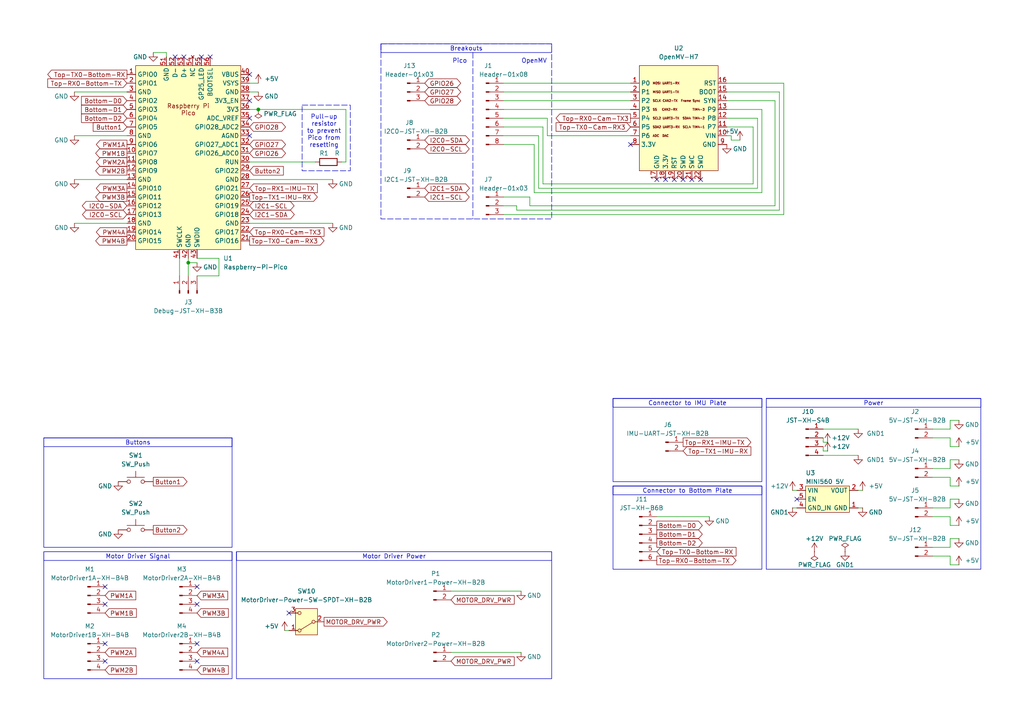
<source format=kicad_sch>
(kicad_sch (version 20231120) (generator "eeschema") (generator_version "8.0")
  (paper "A4")
  (title_block (title "Top Plate") (date "2024-06-08") (rev "1.2.1") (company "Zhou Yikun & Zachary Ang") (comment 1 "RoboCup Junior Soccer Open 2024"))
  (lib_symbols
    (symbol "+5V_1" (power) (pin_numbers hide) (pin_names (offset 0) hide)
      (property "Value" "+5V" (at 0 3.556 0))
      (symbol "+5V_1_0_1"
        (polyline (pts (xy -0.762 1.27) (xy 0 2.54)))
        (polyline (pts (xy 0 0) (xy 0 2.54)))
        (polyline (pts (xy 0 2.54) (xy 0.762 1.27)))
      )
      (symbol "+5V_1_1_1"
        (pin power_in line (at 0 0 90) (length 0) (name "~") (number "1"))
      )
    )
    (symbol "Connector:Conn_01x02_Pin" (pin_names (offset 1.016) hide)
      (property "Reference" "J" (at 0 2.54 0))
      (property "Value" "Conn_01x02_Pin" (at 0 -5.08 0))
      (symbol "Conn_01x02_Pin_1_1"
        (polyline (pts (xy 1.27 -2.54) (xy 0.8636 -2.54)) (stroke (width 0.1524)))
        (polyline (pts (xy 1.27 0) (xy 0.8636 0)) (stroke (width 0.1524)))
        (rectangle (start 0.8636 -2.413) (end 0 -2.667) (stroke (width 0.1524)) (fill (type outline)))
        (rectangle (start 0.8636 0.127) (end 0 -0.127) (stroke (width 0.1524)) (fill (type outline)))
        (pin passive line (at 5.08 0 180) (length 3.81) (name "Pin_1") (number "1"))
        (pin passive line (at 5.08 -2.54 180) (length 3.81) (name "Pin_2") (number "2"))
      )
    )
    (symbol "Connector:Conn_01x03_Pin" (pin_names (offset 1.016) hide)
      (property "Reference" "J" (at 0 5.08 0))
      (property "Value" "Conn_01x03_Pin" (at 0 -5.08 0))
      (symbol "Conn_01x03_Pin_1_1"
        (polyline (pts (xy 1.27 -2.54) (xy 0.8636 -2.54)) (stroke (width 0.1524)))
        (polyline (pts (xy 1.27 0) (xy 0.8636 0)) (stroke (width 0.1524)))
        (polyline (pts (xy 1.27 2.54) (xy 0.8636 2.54)) (stroke (width 0.1524)))
        (rectangle (start 0.8636 -2.413) (end 0 -2.667) (stroke (width 0.1524)) (fill (type outline)))
        (rectangle (start 0.8636 0.127) (end 0 -0.127) (stroke (width 0.1524)) (fill (type outline)))
        (rectangle (start 0.8636 2.667) (end 0 2.413) (stroke (width 0.1524)) (fill (type outline)))
        (pin passive line (at 5.08 2.54 180) (length 3.81) (name "Pin_1") (number "1"))
        (pin passive line (at 5.08 0 180) (length 3.81) (name "Pin_2") (number "2"))
        (pin passive line (at 5.08 -2.54 180) (length 3.81) (name "Pin_3") (number "3"))
      )
    )
    (symbol "Connector:Conn_01x04_Pin" (pin_names (offset 1.016) hide)
      (property "Reference" "J" (at 0 5.08 0))
      (property "Value" "Conn_01x04_Pin" (at 0 -7.62 0))
      (symbol "Conn_01x04_Pin_1_1"
        (polyline (pts (xy 1.27 -5.08) (xy 0.8636 -5.08)) (stroke (width 0.1524)))
        (polyline (pts (xy 1.27 -2.54) (xy 0.8636 -2.54)) (stroke (width 0.1524)))
        (polyline (pts (xy 1.27 0) (xy 0.8636 0)) (stroke (width 0.1524)))
        (polyline (pts (xy 1.27 2.54) (xy 0.8636 2.54)) (stroke (width 0.1524)))
        (rectangle (start 0.8636 -4.953) (end 0 -5.207) (stroke (width 0.1524)) (fill (type outline)))
        (rectangle (start 0.8636 -2.413) (end 0 -2.667) (stroke (width 0.1524)) (fill (type outline)))
        (rectangle (start 0.8636 0.127) (end 0 -0.127) (stroke (width 0.1524)) (fill (type outline)))
        (rectangle (start 0.8636 2.667) (end 0 2.413) (stroke (width 0.1524)) (fill (type outline)))
        (pin passive line (at 5.08 2.54 180) (length 3.81) (name "Pin_1") (number "1"))
        (pin passive line (at 5.08 0 180) (length 3.81) (name "Pin_2") (number "2"))
        (pin passive line (at 5.08 -2.54 180) (length 3.81) (name "Pin_3") (number "3"))
        (pin passive line (at 5.08 -5.08 180) (length 3.81) (name "Pin_4") (number "4"))
      )
    )
    (symbol "Connector:Conn_01x06_Pin" (pin_names (offset 1.016) hide)
      (property "Reference" "J" (at 0 7.62 0))
      (property "Value" "Conn_01x06_Pin" (at 0 -10.16 0))
      (symbol "Conn_01x06_Pin_1_1"
        (polyline (pts (xy 1.27 -7.62) (xy 0.8636 -7.62)) (stroke (width 0.1524)))
        (polyline (pts (xy 1.27 -5.08) (xy 0.8636 -5.08)) (stroke (width 0.1524)))
        (polyline (pts (xy 1.27 -2.54) (xy 0.8636 -2.54)) (stroke (width 0.1524)))
        (polyline (pts (xy 1.27 0) (xy 0.8636 0)) (stroke (width 0.1524)))
        (polyline (pts (xy 1.27 2.54) (xy 0.8636 2.54)) (stroke (width 0.1524)))
        (polyline (pts (xy 1.27 5.08) (xy 0.8636 5.08)) (stroke (width 0.1524)))
        (rectangle (start 0.8636 -7.493) (end 0 -7.747) (stroke (width 0.1524)) (fill (type outline)))
        (rectangle (start 0.8636 -4.953) (end 0 -5.207) (stroke (width 0.1524)) (fill (type outline)))
        (rectangle (start 0.8636 -2.413) (end 0 -2.667) (stroke (width 0.1524)) (fill (type outline)))
        (rectangle (start 0.8636 0.127) (end 0 -0.127) (stroke (width 0.1524)) (fill (type outline)))
        (rectangle (start 0.8636 2.667) (end 0 2.413) (stroke (width 0.1524)) (fill (type outline)))
        (rectangle (start 0.8636 5.207) (end 0 4.953) (stroke (width 0.1524)) (fill (type outline)))
        (pin passive line (at 5.08 5.08 180) (length 3.81) (name "Pin_1") (number "1"))
        (pin passive line (at 5.08 2.54 180) (length 3.81) (name "Pin_2") (number "2"))
        (pin passive line (at 5.08 0 180) (length 3.81) (name "Pin_3") (number "3"))
        (pin passive line (at 5.08 -2.54 180) (length 3.81) (name "Pin_4") (number "4"))
        (pin passive line (at 5.08 -5.08 180) (length 3.81) (name "Pin_5") (number "5"))
        (pin passive line (at 5.08 -7.62 180) (length 3.81) (name "Pin_6") (number "6"))
      )
    )
    (symbol "Connector:Conn_01x08_Pin" (pin_names (offset 1.016) hide)
      (property "Reference" "J" (at 0 10.16 0))
      (property "Value" "Conn_01x08_Pin" (at 0 -12.7 0))
      (symbol "Conn_01x08_Pin_1_1"
        (polyline (pts (xy 1.27 -10.16) (xy 0.8636 -10.16)) (stroke (width 0.1524)))
        (polyline (pts (xy 1.27 -7.62) (xy 0.8636 -7.62)) (stroke (width 0.1524)))
        (polyline (pts (xy 1.27 -5.08) (xy 0.8636 -5.08)) (stroke (width 0.1524)))
        (polyline (pts (xy 1.27 -2.54) (xy 0.8636 -2.54)) (stroke (width 0.1524)))
        (polyline (pts (xy 1.27 0) (xy 0.8636 0)) (stroke (width 0.1524)))
        (polyline (pts (xy 1.27 2.54) (xy 0.8636 2.54)) (stroke (width 0.1524)))
        (polyline (pts (xy 1.27 5.08) (xy 0.8636 5.08)) (stroke (width 0.1524)))
        (polyline (pts (xy 1.27 7.62) (xy 0.8636 7.62)) (stroke (width 0.1524)))
        (rectangle (start 0.8636 -10.033) (end 0 -10.287) (stroke (width 0.1524)) (fill (type outline)))
        (rectangle (start 0.8636 -7.493) (end 0 -7.747) (stroke (width 0.1524)) (fill (type outline)))
        (rectangle (start 0.8636 -4.953) (end 0 -5.207) (stroke (width 0.1524)) (fill (type outline)))
        (rectangle (start 0.8636 -2.413) (end 0 -2.667) (stroke (width 0.1524)) (fill (type outline)))
        (rectangle (start 0.8636 0.127) (end 0 -0.127) (stroke (width 0.1524)) (fill (type outline)))
        (rectangle (start 0.8636 2.667) (end 0 2.413) (stroke (width 0.1524)) (fill (type outline)))
        (rectangle (start 0.8636 5.207) (end 0 4.953) (stroke (width 0.1524)) (fill (type outline)))
        (rectangle (start 0.8636 7.747) (end 0 7.493) (stroke (width 0.1524)) (fill (type outline)))
        (pin passive line (at 5.08 7.62 180) (length 3.81) (name "Pin_1") (number "1"))
        (pin passive line (at 5.08 5.08 180) (length 3.81) (name "Pin_2") (number "2"))
        (pin passive line (at 5.08 2.54 180) (length 3.81) (name "Pin_3") (number "3"))
        (pin passive line (at 5.08 0 180) (length 3.81) (name "Pin_4") (number "4"))
        (pin passive line (at 5.08 -2.54 180) (length 3.81) (name "Pin_5") (number "5"))
        (pin passive line (at 5.08 -5.08 180) (length 3.81) (name "Pin_6") (number "6"))
        (pin passive line (at 5.08 -7.62 180) (length 3.81) (name "Pin_7") (number "7"))
        (pin passive line (at 5.08 -10.16 180) (length 3.81) (name "Pin_8") (number "8"))
      )
    )
    (symbol "Device:R" (pin_numbers hide) (pin_names (offset 0))
      (property "Reference" "R" (at 2.032 0 90))
      (property "Value" "R" (at 0 0 90))
      (symbol "R_0_1"
        (rectangle (start -1.016 -2.54) (end 1.016 2.54) (stroke (width 0.254)))
      )
      (symbol "R_1_1"
        (pin passive line (at 0 3.81 270) (length 1.27) (name "~") (number "1"))
        (pin passive line (at 0 -3.81 90) (length 1.27) (name "~") (number "2"))
      )
    )
    (symbol "GND_1" (power) (pin_numbers hide) (pin_names (offset 0) hide)
      (property "Value" "GND" (at 0 -3.81 0))
      (symbol "GND_1_0_1"
        (polyline (pts (xy 0 0) (xy 0 -1.27) (xy 1.27 -1.27) (xy 0 -2.54) (xy -1.27 -1.27) (xy 0 -1.27)))
      )
      (symbol "GND_1_1_1"
        (pin power_in line (at 0 0 270) (length 0) (name "~") (number "1"))
      )
    )
    (symbol "PorridgePi-Symbols:OpenMV-H7"
      (property "Reference" "U" (at -10.16 1.27 0))
      (property "Value" "OpenMV-H7" (at 0 -2.54 0))
      (symbol "OpenMV-H7_0_0"
        (pin bidirectional line (at -13.97 -5.08 0) (length 2.54) (name "P0") (number "1"))
        (pin power_in line (at 13.97 -20.32 180) (length 2.54) (name "VIN") (number "10"))
        (pin bidirectional line (at 13.97 -17.78 180) (length 2.54) (name "P7") (number "11"))
        (pin bidirectional line (at 13.97 -15.24 180) (length 2.54) (name "P8") (number "12"))
        (pin bidirectional line (at 13.97 -12.7 180) (length 2.54) (name "P9") (number "13"))
        (pin bidirectional line (at 13.97 -10.16 180) (length 2.54) (name "SYN") (number "14"))
        (pin input line (at 13.97 -7.62 180) (length 2.54) (name "BOOT") (number "15"))
        (pin input line (at 13.97 -5.08 180) (length 2.54) (name "RST") (number "16"))
        (pin power_in line (at -6.35 -33.02 90) (length 2.54) (name "GND") (number "17"))
        (pin power_in line (at -3.81 -33.02 90) (length 2.54) (name "3.3V") (number "18"))
        (pin bidirectional line (at -1.27 -33.02 90) (length 2.54) (name "RST") (number "19"))
        (pin bidirectional line (at -13.97 -7.62 0) (length 2.54) (name "P1") (number "2"))
        (pin bidirectional line (at 1.27 -33.02 90) (length 2.54) (name "SWD") (number "20"))
        (pin bidirectional line (at 3.81 -33.02 90) (length 2.54) (name "SWC") (number "21"))
        (pin bidirectional line (at -13.97 -10.16 0) (length 2.54) (name "P2") (number "3"))
        (pin bidirectional line (at -13.97 -12.7 0) (length 2.54) (name "P3") (number "4"))
        (pin bidirectional line (at -13.97 -15.24 0) (length 2.54) (name "P4") (number "5"))
        (pin bidirectional line (at -13.97 -17.78 0) (length 2.54) (name "P5") (number "6"))
        (pin bidirectional line (at -13.97 -20.32 0) (length 2.54) (name "P6") (number "7"))
        (pin power_out line (at -13.97 -22.86 0) (length 2.54) (name "3.3V") (number "8"))
        (pin power_in line (at 13.97 -22.86 180) (length 2.54) (name "GND") (number "9"))
      )
      (symbol "OpenMV-H7_1_0"
        (pin bidirectional line (at 6.35 -33.02 90) (length 2.54) (name "SWO") (number "22"))
      )
      (symbol "OpenMV-H7_1_1"
        (rectangle (start -11.43 0) (end 11.43 -30.48) (fill (type background)))
        (text "ADC  DAC" (at -7.62 -20.32 0) (effects (font (size 0.635 0.635)) (justify left)))
        (text "Frame Sync" (at 6.35 -10.16 0) (effects (font (size 0.635 0.635)) (justify right)))
        (text "MISO UART1-TX" (at -7.62 -7.62 0) (effects (font (size 0.635 0.635)) (justify left)))
        (text "MOSI UART1-RX" (at -7.62 -5.08 0) (effects (font (size 0.635 0.635)) (justify left)))
        (text "SCL2 UART3-TX" (at -7.62 -15.24 0) (effects (font (size 0.635 0.635)) (justify left)))
        (text "SCL4 TIM4-1" (at 7.62 -17.78 0) (effects (font (size 0.635 0.635)) (justify right)))
        (text "SCLK CAN2-TX" (at -7.62 -10.16 0) (effects (font (size 0.635 0.635)) (justify left)))
        (text "SDA2 UART3-RX" (at -7.62 -17.78 0) (effects (font (size 0.635 0.635)) (justify left)))
        (text "SDA4 TIM4-2" (at 7.62 -15.24 0) (effects (font (size 0.635 0.635)) (justify right)))
        (text "SS   CAN2-RX" (at -7.62 -12.7 0) (effects (font (size 0.635 0.635)) (justify left)))
        (text "TIM4-3" (at 7.62 -12.7 0) (effects (font (size 0.635 0.635)) (justify right)))
      )
    )
    (symbol "PorridgePi-Symbols:Raspberry-Pi-Pico"
      (property "Reference" "U" (at -13.97 27.94 0))
      (property "Value" "Raspberry-Pi-Pico" (at -2.286 0 90))
      (symbol "Raspberry-Pi-Pico_0_1"
        (rectangle (start -15.24 26.67) (end 15.24 -26.67) (fill (type background)))
      )
      (symbol "Raspberry-Pi-Pico_1_0"
        (text "Raspberry Pi\nPico" (at 0 13.97 0) (effects (font (size 1.27 1.27))))
      )
      (symbol "Raspberry-Pi-Pico_1_1"
        (pin bidirectional line (at -17.78 24.13 0) (length 2.54) (name "GPIO0") (number "1"))
        (pin bidirectional line (at -17.78 1.27 0) (length 2.54) (name "GPIO7") (number "10"))
        (pin bidirectional line (at -17.78 -1.27 0) (length 2.54) (name "GPIO8") (number "11"))
        (pin bidirectional line (at -17.78 -3.81 0) (length 2.54) (name "GPIO9") (number "12"))
        (pin power_in line (at -17.78 -6.35 0) (length 2.54) (name "GND") (number "13"))
        (pin bidirectional line (at -17.78 -8.89 0) (length 2.54) (name "GPIO10") (number "14"))
        (pin bidirectional line (at -17.78 -11.43 0) (length 2.54) (name "GPIO11") (number "15"))
        (pin bidirectional line (at -17.78 -13.97 0) (length 2.54) (name "GPIO12") (number "16"))
        (pin bidirectional line (at -17.78 -16.51 0) (length 2.54) (name "GPIO13") (number "17"))
        (pin power_in line (at -17.78 -19.05 0) (length 2.54) (name "GND") (number "18"))
        (pin bidirectional line (at -17.78 -21.59 0) (length 2.54) (name "GPIO14") (number "19"))
        (pin bidirectional line (at -17.78 21.59 0) (length 2.54) (name "GPIO1") (number "2"))
        (pin bidirectional line (at -17.78 -24.13 0) (length 2.54) (name "GPIO15") (number "20"))
        (pin bidirectional line (at 17.78 -24.13 180) (length 2.54) (name "GPIO16") (number "21"))
        (pin bidirectional line (at 17.78 -21.59 180) (length 2.54) (name "GPIO17") (number "22"))
        (pin power_in line (at 17.78 -19.05 180) (length 2.54) (name "GND") (number "23"))
        (pin bidirectional line (at 17.78 -16.51 180) (length 2.54) (name "GPIO18") (number "24"))
        (pin bidirectional line (at 17.78 -13.97 180) (length 2.54) (name "GPIO19") (number "25"))
        (pin bidirectional line (at 17.78 -11.43 180) (length 2.54) (name "GPIO20") (number "26"))
        (pin bidirectional line (at 17.78 -8.89 180) (length 2.54) (name "GPIO21") (number "27"))
        (pin power_in line (at 17.78 -6.35 180) (length 2.54) (name "GND") (number "28"))
        (pin bidirectional line (at 17.78 -3.81 180) (length 2.54) (name "GPIO22") (number "29"))
        (pin power_in line (at -17.78 19.05 0) (length 2.54) (name "GND") (number "3"))
        (pin input line (at 17.78 -1.27 180) (length 2.54) (name "RUN") (number "30"))
        (pin bidirectional line (at 17.78 1.27 180) (length 2.54) (name "GPIO26_ADC0") (number "31"))
        (pin bidirectional line (at 17.78 3.81 180) (length 2.54) (name "GPIO27_ADC1") (number "32"))
        (pin power_in line (at 17.78 6.35 180) (length 2.54) (name "AGND") (number "33"))
        (pin bidirectional line (at 17.78 8.89 180) (length 2.54) (name "GPIO28_ADC2") (number "34"))
        (pin power_in line (at 17.78 11.43 180) (length 2.54) (name "ADC_VREF") (number "35"))
        (pin power_in line (at 17.78 13.97 180) (length 2.54) (name "3V3") (number "36"))
        (pin input line (at 17.78 16.51 180) (length 2.54) (name "3V3_EN") (number "37"))
        (pin bidirectional line (at 17.78 19.05 180) (length 2.54) (name "GND") (number "38"))
        (pin power_in line (at 17.78 21.59 180) (length 2.54) (name "VSYS") (number "39"))
        (pin bidirectional line (at -17.78 16.51 0) (length 2.54) (name "GPIO2") (number "4"))
        (pin power_in line (at 17.78 24.13 180) (length 2.54) (name "VBUS") (number "40"))
        (pin input line (at -2.54 -29.21 90) (length 2.54) (name "SWCLK") (number "41"))
        (pin power_in line (at 0 -29.21 90) (length 2.54) (name "GND") (number "42"))
        (pin bidirectional line (at 2.54 -29.21 90) (length 2.54) (name "SWDIO") (number "43"))
        (pin bidirectional line (at -17.78 13.97 0) (length 2.54) (name "GPIO3") (number "5"))
        (pin power_in line (at -6.35 29.21 270) (length 2.54) (name "GND") (number "51"))
        (pin input line (at -3.81 29.21 270) (length 2.54) (name "D-") (number "52"))
        (pin input line (at -1.27 29.21 270) (length 2.54) (name "D+") (number "53"))
        (pin no_connect line (at 1.27 29.21 270) (length 2.54) (name "NC") (number "54"))
        (pin output line (at 3.81 29.21 270) (length 2.54) (name "GP25_LED") (number "55"))
        (pin input line (at 6.35 29.21 270) (length 2.54) (name "BOOTSEL") (number "56"))
        (pin bidirectional line (at -17.78 11.43 0) (length 2.54) (name "GPIO4") (number "6"))
        (pin bidirectional line (at -17.78 8.89 0) (length 2.54) (name "GPIO5") (number "7"))
        (pin power_in line (at -17.78 6.35 0) (length 2.54) (name "GND") (number "8"))
        (pin bidirectional line (at -17.78 3.81 0) (length 2.54) (name "GPIO6") (number "9"))
      )
    )
    (symbol "PorridgePi-Symbols:VREG-Voltage-Regulator"
      (property "Reference" "U" (at -5.08 5.08 0))
      (symbol "VREG-Voltage-Regulator_1_1"
        (rectangle (start -6.35 3.81) (end 6.35 -3.81) (fill (type background)))
        (pin power_out line (at 8.89 -2.54 180) (length 2.54) (name "GND") (number "1"))
        (pin power_out line (at 8.89 2.54 180) (length 2.54) (name "VOUT") (number "2"))
        (pin power_in line (at -8.89 2.54 0) (length 2.54) (name "VIN") (number "3"))
        (pin power_in line (at -8.89 -2.54 0) (length 2.54) (name "GND_IN") (number "4"))
        (pin input line (at -8.89 0 0) (length 2.54) (name "EN") (number "5"))
      )
    )
    (symbol "Switch:SW_Push" (pin_numbers hide) (pin_names (offset 1.016) hide)
      (property "Reference" "SW" (at 1.27 2.54 0))
      (property "Value" "SW_Push" (at 0 -1.524 0))
      (symbol "SW_Push_0_1"
        (circle (center -2.032 0) (radius 0.508))
        (polyline (pts (xy 0 1.27) (xy 0 3.048)))
        (polyline (pts (xy 2.54 1.27) (xy -2.54 1.27)))
        (circle (center 2.032 0) (radius 0.508))
        (pin passive line (at -5.08 0 0) (length 2.54) (name "1") (number "1"))
        (pin passive line (at 5.08 0 180) (length 2.54) (name "2") (number "2"))
      )
    )
    (symbol "Switch:SW_SPDT" (pin_names (offset 0) hide)
      (property "Reference" "SW" (at 0 5.08 0))
      (property "Value" "SW_SPDT" (at 0 -5.08 0))
      (symbol "SW_SPDT_0_1"
        (circle (center -2.032 0) (radius 0.4572))
        (polyline (pts (xy -1.651 0.254) (xy 1.651 2.286)))
        (circle (center 2.032 -2.54) (radius 0.4572))
        (circle (center 2.032 2.54) (radius 0.4572))
      )
      (symbol "SW_SPDT_1_1"
        (rectangle (start -3.175 3.81) (end 3.175 -3.81) (fill (type background)))
        (pin passive line (at 5.08 2.54 180) (length 2.54) (name "A") (number "1"))
        (pin passive line (at -5.08 0 0) (length 2.54) (name "B") (number "2"))
        (pin passive line (at 5.08 -2.54 180) (length 2.54) (name "C") (number "3"))
      )
    )
    (symbol "power:+12V" (power) (pin_numbers hide) (pin_names (offset 0) hide)
      (property "Value" "+12V" (at 0 3.556 0))
      (symbol "+12V_0_1"
        (polyline (pts (xy -0.762 1.27) (xy 0 2.54)))
        (polyline (pts (xy 0 0) (xy 0 2.54)))
        (polyline (pts (xy 0 2.54) (xy 0.762 1.27)))
      )
      (symbol "+12V_1_1"
        (pin power_in line (at 0 0 90) (length 0) (name "~") (number "1"))
      )
    )
    (symbol "power:+5V" (power) (pin_names (offset 0))
      (property "Value" "+5V" (at 0 3.556 0))
      (symbol "+5V_0_1"
        (polyline (pts (xy -0.762 1.27) (xy 0 2.54)))
        (polyline (pts (xy 0 0) (xy 0 2.54)))
        (polyline (pts (xy 0 2.54) (xy 0.762 1.27)))
      )
      (symbol "+5V_1_1"
        (pin power_in line (at 0 0 90) (length 0) hide (name "+5V") (number "1"))
      )
    )
    (symbol "power:GND" (power) (pin_names (offset 0))
      (property "Value" "GND" (at 0 -3.81 0))
      (symbol "GND_0_1"
        (polyline (pts (xy 0 0) (xy 0 -1.27) (xy 1.27 -1.27) (xy 0 -2.54) (xy -1.27 -1.27) (xy 0 -1.27)))
      )
      (symbol "GND_1_1"
        (pin power_in line (at 0 0 270) (length 0) hide (name "GND") (number "1"))
      )
    )
    (symbol "power:GND1" (power) (pin_numbers hide) (pin_names (offset 0) hide)
      (property "Value" "GND1" (at 0 -3.81 0))
      (symbol "GND1_0_1"
        (polyline (pts (xy 0 0) (xy 0 -1.27) (xy 1.27 -1.27) (xy 0 -2.54) (xy -1.27 -1.27) (xy 0 -1.27)))
      )
      (symbol "GND1_1_1"
        (pin power_in line (at 0 0 270) (length 0) (name "~") (number "1"))
      )
    )
    (symbol "power:PWR_FLAG" (power) (pin_numbers hide) (pin_names (offset 0) hide)
      (property "Value" "PWR_FLAG" (at 0 3.81 0))
      (symbol "PWR_FLAG_0_0"
        (pin power_out line (at 0 0 90) (length 0) (name "~") (number "1"))
      )
      (symbol "PWR_FLAG_0_1"
        (polyline (pts (xy 0 0) (xy 0 1.27) (xy -1.016 1.905) (xy 0 2.54) (xy 1.016 1.905) (xy 0 1.27)))
      )
    )
  )
  (junction (at 54.61 76.2))
  (junction (at 74.93 31.75))
  (no_connect (at 30.48 170.18))
  (no_connect (at 195.58 52.07))
  (no_connect (at 72.39 39.37))
  (no_connect (at 72.39 29.21))
  (no_connect (at 231.14 144.78))
  (no_connect (at 57.15 191.77))
  (no_connect (at 72.39 34.29))
  (no_connect (at 203.2 52.07))
  (no_connect (at 193.04 52.07))
  (no_connect (at 198.12 52.07))
  (no_connect (at 30.48 191.77))
  (no_connect (at 200.66 52.07))
  (no_connect (at 57.15 175.26))
  (no_connect (at 57.15 170.18))
  (no_connect (at 57.15 186.69))
  (no_connect (at 83.82 177.8))
  (no_connect (at 72.39 21.59))
  (no_connect (at 50.8 16.51))
  (no_connect (at 190.5 52.07))
  (no_connect (at 182.88 41.91))
  (no_connect (at 53.34 16.51))
  (no_connect (at 30.48 175.26))
  (no_connect (at 60.96 16.51))
  (no_connect (at 30.48 186.69))
  (no_connect (at 58.42 16.51))
  (wire (pts (xy 154.94 55.88) (xy 154.94 41.91)))
  (wire (pts (xy 275.59 133.35) (xy 275.59 135.89)))
  (wire (pts (xy 157.48 36.83) (xy 146.05 36.83)))
  (wire (pts (xy 238.76 130.81) (xy 238.76 129.54)))
  (wire (pts (xy 153.67 59.69) (xy 224.79 59.69)))
  (wire (pts (xy 240.03 128.27) (xy 238.76 128.27)))
  (wire (pts (xy 149.86 60.96) (xy 226.06 60.96)))
  (wire (pts (xy 275.59 121.92) (xy 278.13 121.92)))
  (wire (pts (xy 146.05 31.75) (xy 182.88 31.75)))
  (wire (pts (xy 275.59 156.21) (xy 278.13 156.21)))
  (wire (pts (xy 146.05 59.69) (xy 149.86 59.69)))
  (wire (pts (xy 227.33 62.23) (xy 227.33 24.13)))
  (wire (pts (xy 224.79 29.21) (xy 210.82 29.21)))
  (wire (pts (xy 275.59 158.75) (xy 270.51 158.75)))
  (wire (pts (xy 54.61 74.93) (xy 54.61 76.2)))
  (wire (pts (xy 210.82 36.83) (xy 218.44 36.83)))
  (wire (pts (xy 250.19 142.24) (xy 248.92 142.24)))
  (wire (pts (xy 96.52 52.07) (xy 72.39 52.07)))
  (wire (pts (xy 63.5 80.01) (xy 63.5 74.93)))
  (wire (pts (xy 72.39 31.75) (xy 74.93 31.75)))
  (wire (pts (xy 72.39 26.67) (xy 74.93 26.67)))
  (wire (pts (xy 72.39 64.77) (xy 96.52 64.77)))
  (wire (pts (xy 82.55 182.88) (xy 83.82 182.88)))
  (wire (pts (xy 275.59 124.46) (xy 270.51 124.46)))
  (wire (pts (xy 21.59 52.07) (xy 36.83 52.07)))
  (wire (pts (xy 153.67 57.15) (xy 153.67 59.69)))
  (wire (pts (xy 149.86 59.69) (xy 149.86 60.96)))
  (wire (pts (xy 275.59 135.89) (xy 270.51 135.89)))
  (wire (pts (xy 21.59 64.77) (xy 36.83 64.77)))
  (wire (pts (xy 275.59 163.83) (xy 275.59 161.29)))
  (wire (pts (xy 229.87 142.24) (xy 231.14 142.24)))
  (wire (pts (xy 275.59 140.97) (xy 278.13 140.97)))
  (wire (pts (xy 54.61 76.2) (xy 57.15 76.2)))
  (wire (pts (xy 63.5 74.93) (xy 57.15 74.93)))
  (wire (pts (xy 220.98 55.88) (xy 154.94 55.88)))
  (wire (pts (xy 146.05 57.15) (xy 153.67 57.15)))
  (wire (pts (xy 275.59 133.35) (xy 278.13 133.35)))
  (wire (pts (xy 275.59 144.78) (xy 278.13 144.78)))
  (wire (pts (xy 275.59 121.92) (xy 275.59 124.46)))
  (wire (pts (xy 154.94 41.91) (xy 146.05 41.91)))
  (wire (pts (xy 212.09 40.64) (xy 212.09 39.37)))
  (wire (pts (xy 57.15 80.01) (xy 63.5 80.01)))
  (wire (pts (xy 100.33 31.75) (xy 100.33 46.99)))
  (wire (pts (xy 146.05 39.37) (xy 156.21 39.37)))
  (wire (pts (xy 240.03 130.81) (xy 238.76 130.81)))
  (wire (pts (xy 157.48 53.34) (xy 157.48 36.83)))
  (wire (pts (xy 212.09 39.37) (xy 210.82 39.37)))
  (wire (pts (xy 218.44 36.83) (xy 218.44 53.34)))
  (wire (pts (xy 275.59 149.86) (xy 270.51 149.86)))
  (wire (pts (xy 214.63 40.64) (xy 212.09 40.64)))
  (wire (pts (xy 190.5 149.86) (xy 205.74 149.86)))
  (wire (pts (xy 210.82 31.75) (xy 220.98 31.75)))
  (wire (pts (xy 146.05 24.13) (xy 182.88 24.13)))
  (wire (pts (xy 146.05 62.23) (xy 227.33 62.23)))
  (wire (pts (xy 226.06 26.67) (xy 210.82 26.67)))
  (wire (pts (xy 275.59 161.29) (xy 270.51 161.29)))
  (wire (pts (xy 146.05 29.21) (xy 182.88 29.21)))
  (wire (pts (xy 72.39 24.13) (xy 74.93 24.13)))
  (wire (pts (xy 219.71 34.29) (xy 210.82 34.29)))
  (wire (pts (xy 275.59 156.21) (xy 275.59 158.75)))
  (wire (pts (xy 220.98 31.75) (xy 220.98 55.88)))
  (wire (pts (xy 158.75 39.37) (xy 182.88 39.37)))
  (wire (pts (xy 158.75 39.37) (xy 158.75 34.29)))
  (wire (pts (xy 158.75 34.29) (xy 146.05 34.29)))
  (wire (pts (xy 219.71 54.61) (xy 219.71 34.29)))
  (wire (pts (xy 156.21 39.37) (xy 156.21 54.61)))
  (wire (pts (xy 238.76 124.46) (xy 248.92 124.46)))
  (wire (pts (xy 275.59 163.83) (xy 278.13 163.83)))
  (wire (pts (xy 226.06 26.67) (xy 226.06 60.96)))
  (wire (pts (xy 21.59 26.67) (xy 36.83 26.67)))
  (wire (pts (xy 275.59 129.54) (xy 278.13 129.54)))
  (wire (pts (xy 74.93 31.75) (xy 100.33 31.75)))
  (wire (pts (xy 130.81 171.45) (xy 151.13 171.45)))
  (wire (pts (xy 156.21 54.61) (xy 219.71 54.61)))
  (wire (pts (xy 44.45 15.24) (xy 48.26 15.24)))
  (wire (pts (xy 52.07 74.93) (xy 52.07 80.01)))
  (wire (pts (xy 229.87 147.32) (xy 231.14 147.32)))
  (wire (pts (xy 146.05 26.67) (xy 182.88 26.67)))
  (wire (pts (xy 275.59 127) (xy 270.51 127)))
  (wire (pts (xy 275.59 129.54) (xy 275.59 127)))
  (wire (pts (xy 210.82 24.13) (xy 227.33 24.13)))
  (wire (pts (xy 238.76 132.08) (xy 248.92 132.08)))
  (wire (pts (xy 130.81 189.23) (xy 151.13 189.23)))
  (wire (pts (xy 54.61 76.2) (xy 54.61 80.01)))
  (wire (pts (xy 275.59 152.4) (xy 278.13 152.4)))
  (wire (pts (xy 275.59 147.32) (xy 270.51 147.32)))
  (wire (pts (xy 275.59 138.43) (xy 270.51 138.43)))
  (wire (pts (xy 72.39 46.99) (xy 91.44 46.99)))
  (wire (pts (xy 100.33 46.99) (xy 99.06 46.99)))
  (wire (pts (xy 218.44 53.34) (xy 157.48 53.34)))
  (wire (pts (xy 275.59 152.4) (xy 275.59 149.86)))
  (wire (pts (xy 250.19 147.32) (xy 248.92 147.32)))
  (wire (pts (xy 275.59 140.97) (xy 275.59 138.43)))
  (polyline (pts (xy 137.16 15.24) (xy 137.16 63.5)) (stroke (width 0) (type dash)))
  (wire (pts (xy 275.59 144.78) (xy 275.59 147.32)))
  (wire (pts (xy 48.26 15.24) (xy 48.26 16.51)))
  (wire (pts (xy 238.76 128.27) (xy 238.76 127)))
  (wire (pts (xy 224.79 29.21) (xy 224.79 59.69)))
  (wire (pts (xy 21.59 39.37) (xy 36.83 39.37)))
  (rectangle (start 110.49 12.7) (end 160.02 63.5) (stroke (width 0) (type dash)))
  (rectangle (start 222.25 115.57) (end 284.48 165.1))
  (rectangle (start 177.8 140.97) (end 220.98 165.1))
  (rectangle (start 12.7 127) (end 67.31 158.75))
  (rectangle (start 177.8 115.57) (end 220.98 139.7))
  (rectangle (start 68.58 160.02) (end 160.02 196.85))
  (rectangle (start 12.7 160.02) (end 67.31 196.85))
  (rectangle (start 87.63 30.48) (end 101.6 49.53) (stroke (width 0) (type dash)))
  (text_box "Buttons" (at 12.7 127 0) (size 54.61 2.54) (effects (font (size 1.27 1.27))))
  (text_box "Motor Driver Power" (at 68.58 160.02 0) (size 91.44 2.54) (effects (font (size 1.27 1.27))))
  (text_box "Motor Driver Signal" (at 12.7 160.02 0) (size 54.61 2.54) (effects (font (size 1.27 1.27))))
  (text_box "Connector to IMU Plate" (at 177.8 115.57 0) (size 43.18 2.54) (effects (font (size 1.27 1.27))))
  (text_box "Power" (at 222.25 115.57 0) (size 62.23 2.54) (effects (font (size 1.27 1.27))))
  (text_box "Breakouts" (at 110.49 12.7 0) (size 49.53 2.54) (effects (font (size 1.27 1.27))))
  (text_box "Connector to Bottom Plate" (at 177.8 140.97 0) (size 43.18 2.54) (effects (font (size 1.27 1.27))))
  (text "Pull-up\nresistor\nto prevent\nPico from\nresetting" (at 93.98 38.1 0) (effects (font (size 1.27 1.27))))
  (text "Pico" (at 133.35 17.78 0) (effects (font (size 1.27 1.27))))
  (text "OpenMV" (at 154.94 17.78 0) (effects (font (size 1.27 1.27))))
  (global_label "PWM4A" (shape output) (at 36.83 67.31 180) (property "Intersheetrefs" "${INTERSHEET_REFS}" (effects (hide yes))))
  (global_label "Top-RX0-Bottom-TX" (shape output) (at 190.5 162.56 0) (property "Intersheetrefs" "${INTERSHEET_REFS}" (effects (hide yes))))
  (global_label "Top-RX0-Cam-TX3" (shape input) (at 72.39 67.31 0) (property "Intersheetrefs" "${INTERSHEET_REFS}" (effects (hide yes))))
  (global_label "I2C0-SCL" (shape bidirectional) (at 123.19 43.18 0) (property "Intersheetrefs" "${INTERSHEET_REFS}" (effects (hide yes))))
  (global_label "Button1" (shape output) (at 44.45 139.7 0) (property "Intersheetrefs" "${INTERSHEET_REFS}" (effects (hide yes))))
  (global_label "PWM2B" (shape input) (at 30.48 194.31 0) (property "Intersheetrefs" "${INTERSHEET_REFS}" (effects (hide yes))))
  (global_label "Button2" (shape input) (at 72.39 49.53 0) (property "Intersheetrefs" "${INTERSHEET_REFS}" (effects (hide yes))))
  (global_label "Top-RX1-IMU-TX" (shape input) (at 72.39 54.61 0) (property "Intersheetrefs" "${INTERSHEET_REFS}" (effects (hide yes))))
  (global_label "GPIO28" (shape bidirectional) (at 123.19 29.21 0) (property "Intersheetrefs" "${INTERSHEET_REFS}" (effects (hide yes))))
  (global_label "PWM1B" (shape output) (at 36.83 44.45 180) (property "Intersheetrefs" "${INTERSHEET_REFS}" (effects (hide yes))))
  (global_label "Top-TX0-Cam-RX3" (shape output) (at 72.39 69.85 0) (property "Intersheetrefs" "${INTERSHEET_REFS}" (effects (hide yes))))
  (global_label "PWM4B" (shape output) (at 36.83 69.85 180) (property "Intersheetrefs" "${INTERSHEET_REFS}" (effects (hide yes))))
  (global_label "PWM2A" (shape input) (at 30.48 189.23 0) (property "Intersheetrefs" "${INTERSHEET_REFS}" (effects (hide yes))))
  (global_label "I2C1-SCL" (shape bidirectional) (at 72.39 59.69 0) (property "Intersheetrefs" "${INTERSHEET_REFS}" (effects (hide yes))))
  (global_label "GPIO26" (shape bidirectional) (at 72.39 44.45 0) (property "Intersheetrefs" "${INTERSHEET_REFS}" (effects (hide yes))))
  (global_label "GPIO28" (shape bidirectional) (at 72.39 36.83 0) (property "Intersheetrefs" "${INTERSHEET_REFS}" (effects (hide yes))))
  (global_label "GPIO27" (shape bidirectional) (at 72.39 41.91 0) (property "Intersheetrefs" "${INTERSHEET_REFS}" (effects (hide yes))))
  (global_label "PWM4A" (shape input) (at 57.15 189.23 0) (property "Intersheetrefs" "${INTERSHEET_REFS}" (effects (hide yes))))
  (global_label "Top-TX0-Cam-RX3" (shape input) (at 182.88 36.83 180) (property "Intersheetrefs" "${INTERSHEET_REFS}" (effects (hide yes))))
  (global_label "I2C0-SCL" (shape bidirectional) (at 36.83 62.23 180) (property "Intersheetrefs" "${INTERSHEET_REFS}" (effects (hide yes))))
  (global_label "Top-TX1-IMU-RX" (shape output) (at 72.39 57.15 0) (property "Intersheetrefs" "${INTERSHEET_REFS}" (effects (hide yes))))
  (global_label "Top-RX1-IMU-TX" (shape output) (at 198.12 128.27 0) (property "Intersheetrefs" "${INTERSHEET_REFS}" (effects (hide yes))))
  (global_label "I2C1-SCL" (shape bidirectional) (at 123.19 57.15 0) (property "Intersheetrefs" "${INTERSHEET_REFS}" (effects (hide yes))))
  (global_label "PWM1A" (shape output) (at 36.83 41.91 180) (property "Intersheetrefs" "${INTERSHEET_REFS}" (effects (hide yes))))
  (global_label "I2C0-SDA" (shape bidirectional) (at 36.83 59.69 180) (property "Intersheetrefs" "${INTERSHEET_REFS}" (effects (hide yes))))
  (global_label "Bottom-D1" (shape output) (at 190.5 154.94 0) (property "Intersheetrefs" "${INTERSHEET_REFS}" (effects (hide yes))))
  (global_label "GPIO27" (shape bidirectional) (at 123.19 26.67 0) (property "Intersheetrefs" "${INTERSHEET_REFS}" (effects (hide yes))))
  (global_label "I2C1-SDA" (shape bidirectional) (at 72.39 62.23 0) (property "Intersheetrefs" "${INTERSHEET_REFS}" (effects (hide yes))))
  (global_label "I2C0-SDA" (shape bidirectional) (at 123.19 40.64 0) (property "Intersheetrefs" "${INTERSHEET_REFS}" (effects (hide yes))))
  (global_label "Button1" (shape input) (at 36.83 36.83 180) (property "Intersheetrefs" "${INTERSHEET_REFS}" (effects (hide yes))))
  (global_label "PWM1B" (shape input) (at 30.48 177.8 0) (property "Intersheetrefs" "${INTERSHEET_REFS}" (effects (hide yes))))
  (global_label "PWM3B" (shape input) (at 57.15 177.8 0) (property "Intersheetrefs" "${INTERSHEET_REFS}" (effects (hide yes))))
  (global_label "Top-TX0-Bottom-RX" (shape input) (at 190.5 160.02 0) (property "Intersheetrefs" "${INTERSHEET_REFS}" (effects (hide yes))))
  (global_label "PWM2B" (shape output) (at 36.83 49.53 180) (property "Intersheetrefs" "${INTERSHEET_REFS}" (effects (hide yes))))
  (global_label "I2C1-SDA" (shape bidirectional) (at 123.19 54.61 0) (property "Intersheetrefs" "${INTERSHEET_REFS}" (effects (hide yes))))
  (global_label "Bottom-D1" (shape input) (at 36.83 31.75 180) (property "Intersheetrefs" "${INTERSHEET_REFS}" (effects (hide yes))))
  (global_label "Bottom-D2" (shape output) (at 190.5 157.48 0) (property "Intersheetrefs" "${INTERSHEET_REFS}" (effects (hide yes))))
  (global_label "PWM3A" (shape output) (at 36.83 54.61 180) (property "Intersheetrefs" "${INTERSHEET_REFS}" (effects (hide yes))))
  (global_label "PWM2A" (shape output) (at 36.83 46.99 180) (property "Intersheetrefs" "${INTERSHEET_REFS}" (effects (hide yes))))
  (global_label "Top-RX0-Cam-TX3" (shape output) (at 182.88 34.29 180) (property "Intersheetrefs" "${INTERSHEET_REFS}" (effects (hide yes))))
  (global_label "PWM3B" (shape output) (at 36.83 57.15 180) (property "Intersheetrefs" "${INTERSHEET_REFS}" (effects (hide yes))))
  (global_label "PWM4B" (shape input) (at 57.15 194.31 0) (property "Intersheetrefs" "${INTERSHEET_REFS}" (effects (hide yes))))
  (global_label "Bottom-D0" (shape input) (at 36.83 29.21 180) (property "Intersheetrefs" "${INTERSHEET_REFS}" (effects (hide yes))))
  (global_label "Button2" (shape output) (at 44.45 153.67 0) (property "Intersheetrefs" "${INTERSHEET_REFS}" (effects (hide yes))))
  (global_label "Top-RX0-Bottom-TX" (shape input) (at 36.83 24.13 180) (property "Intersheetrefs" "${INTERSHEET_REFS}" (effects (hide yes))))
  (global_label "Top-TX1-IMU-RX" (shape input) (at 198.12 130.81 0) (property "Intersheetrefs" "${INTERSHEET_REFS}" (effects (hide yes))))
  (global_label "PWM1A" (shape input) (at 30.48 172.72 0) (property "Intersheetrefs" "${INTERSHEET_REFS}" (effects (hide yes))))
  (global_label "PWM3A" (shape input) (at 57.15 172.72 0) (property "Intersheetrefs" "${INTERSHEET_REFS}" (effects (hide yes))))
  (global_label "MOTOR_DRV_PWR" (shape input) (at 130.81 173.99 0) (property "Intersheetrefs" "${INTERSHEET_REFS}" (effects (hide yes))))
  (global_label "Bottom-D0" (shape output) (at 190.5 152.4 0) (property "Intersheetrefs" "${INTERSHEET_REFS}" (effects (hide yes))))
  (global_label "GPIO26" (shape bidirectional) (at 123.19 24.13 0) (property "Intersheetrefs" "${INTERSHEET_REFS}" (effects (hide yes))))
  (global_label "Bottom-D2" (shape input) (at 36.83 34.29 180) (property "Intersheetrefs" "${INTERSHEET_REFS}" (effects (hide yes))))
  (global_label "MOTOR_DRV_PWR" (shape input) (at 130.81 191.77 0) (property "Intersheetrefs" "${INTERSHEET_REFS}" (effects (hide yes))))
  (global_label "Top-TX0-Bottom-RX" (shape output) (at 36.83 21.59 180) (property "Intersheetrefs" "${INTERSHEET_REFS}" (effects (hide yes))))
  (global_label "MOTOR_DRV_PWR" (shape output) (at 93.98 180.34 0) (property "Intersheetrefs" "${INTERSHEET_REFS}" (effects (hide yes))))
  (symbol (lib_id "power:GND") (at 96.52 52.07 0) (unit 1)
    (property "Reference" "#PWR013" (effects (hide yes)))
    (property "Value" "GND" (at 100.33 53.34 0))
  )
  (symbol (lib_id "Connector:Conn_01x03_Pin") (at 140.97 59.69 0) (unit 1)
    (property "Reference" "J7" (at 141.605 52.07 0))
    (property "Value" "Header-01x03" (at 146.05 54.61 0))
    (property "Footprint" "Connector_PinHeader_2.54mm:PinHeader_1x03_P2.54mm_Vertical" (effects (hide yes)))
    (property "Description" "Generic connector, single row, 01x03, script generated" (effects (hide yes)))
  )
  (symbol (lib_id "power:GND") (at 151.13 189.23 0) (unit 1)
    (property "Reference" "#PWR02" (effects (hide yes)))
    (property "Value" "GND" (at 154.94 190.5 0))
  )
  (symbol (lib_name "GND_1") (lib_id "power:GND") (at 250.19 147.32 0) (unit 1)
    (property "Reference" "#PWR017" (effects (hide yes)))
    (property "Value" "GND" (at 254 148.59 0))
    (property "Description" "Power symbol creates a global label with name \"GND\" , ground" (effects (hide yes)))
  )
  (symbol (lib_id "power:GND") (at 151.13 171.45 0) (unit 1)
    (property "Reference" "#PWR01" (effects (hide yes)))
    (property "Value" "GND" (at 154.94 172.72 0))
  )
  (symbol (lib_id "power:PWR_FLAG") (at 236.22 160.02 180) (unit 1)
    (property "Reference" "#FLG01" (effects (hide yes)))
    (property "Value" "PWR_FLAG" (at 236.22 163.83 0))
    (property "Description" "Special symbol for telling ERC where power comes from" (effects (hide yes)))
  )
  (symbol (lib_id "power:+12V") (at 236.22 160.02 0) (unit 1)
    (property "Reference" "#PWR019" (effects (hide yes)))
    (property "Value" "+12V" (at 236.22 156.21 0))
    (property "Description" "Power symbol creates a global label with name \"+12V\"" (effects (hide yes)))
  )
  (symbol (lib_id "Connector:Conn_01x04_Pin") (at 233.68 127 0) (unit 1)
    (property "Reference" "J10" (at 234.315 119.38 0))
    (property "Value" "JST-XH-S4B" (at 234.315 121.92 0))
    (property "Footprint" "Connector_JST:JST_XH_S4B-XH-A_1x04_P2.50mm_Horizontal" (effects (hide yes)))
    (property "Description" "Generic connector, single row, 01x04, script generated" (effects (hide yes)))
  )
  (symbol (lib_id "Connector:Conn_01x02_Pin") (at 125.73 171.45 0) (unit 1)
    (property "Reference" "P1" (at 126.365 166.37 0))
    (property "Value" "MotorDriver1-Power-XH-B2B" (at 126.365 168.91 0))
    (property "Footprint" "Connector_JST:JST_XH_B2B-XH-A_1x02_P2.50mm_Vertical" (effects (hide yes)))
  )
  (symbol (lib_name "+5V_1") (lib_id "power:+5V") (at 278.13 129.54 0) (unit 1)
    (property "Reference" "#PWR028" (effects (hide yes)))
    (property "Value" "+5V" (at 281.94 128.27 0))
    (property "Description" "Power symbol creates a global label with name \"+5V\"" (effects (hide yes)))
  )
  (symbol (lib_id "power:+5V") (at 214.63 40.64 0) (unit 1)
    (property "Reference" "#PWR014" (effects (hide yes)))
    (property "Value" "+5V" (at 212.09 38.1 0))
  )
  (symbol (lib_id "Connector:Conn_01x04_Pin") (at 25.4 189.23 0) (unit 1)
    (property "Reference" "M2" (at 26.035 181.61 0))
    (property "Value" "MotorDriver1B-XH-B4B" (at 26.035 184.15 0))
    (property "Footprint" "Connector_JST:JST_XH_B4B-XH-A_1x04_P2.50mm_Vertical" (effects (hide yes)))
  )
  (symbol (lib_id "Connector:Conn_01x02_Pin") (at 265.43 124.46 0) (unit 1)
    (property "Reference" "J2" (at 265.43 119.38 0))
    (property "Value" "5V-JST-XH-B2B" (at 266.065 121.92 0))
    (property "Footprint" "Connector_JST:JST_XH_B2B-XH-A_1x02_P2.50mm_Vertical" (effects (hide yes)))
  )
  (symbol (lib_name "+5V_1") (lib_id "power:+5V") (at 278.13 152.4 0) (unit 1)
    (property "Reference" "#PWR032" (effects (hide yes)))
    (property "Value" "+5V" (at 281.94 151.13 0))
    (property "Description" "Power symbol creates a global label with name \"+5V\"" (effects (hide yes)))
  )
  (symbol (lib_id "Connector:Conn_01x02_Pin") (at 265.43 147.32 0) (unit 1)
    (property "Reference" "J5" (at 265.43 142.24 0))
    (property "Value" "5V-JST-XH-B2B" (at 266.065 144.78 0))
    (property "Footprint" "Connector_JST:JST_XH_B2B-XH-A_1x02_P2.50mm_Vertical" (effects (hide yes)))
  )
  (symbol (lib_id "power:GND") (at 57.15 76.2 0) (unit 1)
    (property "Reference" "#PWR09" (effects (hide yes)))
    (property "Value" "GND" (at 60.96 77.47 0))
  )
  (symbol (lib_id "power:+12V") (at 240.03 128.27 0) (unit 1)
    (property "Reference" "#PWR021" (effects (hide yes)))
    (property "Value" "+12V" (at 243.84 127 0))
  )
  (symbol (lib_id "Connector:Conn_01x02_Pin") (at 118.11 40.64 0) (unit 1)
    (property "Reference" "J8" (at 118.745 35.56 0))
    (property "Value" "I2C0-JST-XH-B2B" (at 120.65 38.1 0))
    (property "Footprint" "Connector_JST:JST_XH_B2B-XH-A_1x02_P2.50mm_Vertical" (effects (hide yes)))
  )
  (symbol (lib_id "power:+12V") (at 240.03 130.81 0) (unit 1)
    (property "Reference" "#PWR022" (effects (hide yes)))
    (property "Value" "+12V" (at 243.84 129.54 0))
  )
  (symbol (lib_id "Connector:Conn_01x04_Pin") (at 52.07 189.23 0) (unit 1)
    (property "Reference" "M4" (at 52.705 181.61 0))
    (property "Value" "MotorDriver2B-XH-B4B" (at 52.705 184.15 0))
    (property "Footprint" "Connector_JST:JST_XH_B4B-XH-A_1x04_P2.50mm_Vertical" (effects (hide yes)))
  )
  (symbol (lib_id "PorridgePi-Symbols:OpenMV-H7") (at 196.85 19.05 0) (unit 1)
    (property "Reference" "U2" (at 196.85 13.97 0))
    (property "Value" "OpenMV-H7" (at 196.85 16.51 0))
    (property "Footprint" "PorridgePi-Personal:OpenMV-H7" (effects (hide yes)))
  )
  (symbol (lib_id "Connector:Conn_01x03_Pin") (at 118.11 26.67 0) (unit 1)
    (property "Reference" "J13" (at 118.745 19.05 0))
    (property "Value" "Header-01x03" (at 118.745 21.59 0))
    (property "Footprint" "Connector_PinHeader_2.54mm:PinHeader_1x03_P2.54mm_Vertical" (effects (hide yes)))
    (property "Description" "Generic connector, single row, 01x03, script generated" (effects (hide yes)))
  )
  (symbol (lib_name "GND_1") (lib_id "power:GND") (at 278.13 156.21 0) (unit 1)
    (property "Reference" "#PWR033" (effects (hide yes)))
    (property "Value" "GND" (at 281.94 157.48 0))
    (property "Description" "Power symbol creates a global label with name \"GND\" , ground" (effects (hide yes)))
  )
  (symbol (lib_id "power:GND1") (at 245.11 160.02 0) (unit 1)
    (property "Reference" "#PWR020" (effects (hide yes)))
    (property "Value" "GND1" (at 245.11 163.83 0))
    (property "Description" "Power symbol creates a global label with name \"GND1\" , ground" (effects (hide yes)))
  )
  (symbol (lib_id "power:GND") (at 21.59 39.37 0) (unit 1)
    (property "Reference" "#PWR05" (effects (hide yes)))
    (property "Value" "GND" (at 17.78 40.64 0))
  )
  (symbol (lib_id "power:PWR_FLAG") (at 74.93 31.75 180) (unit 1)
    (property "Reference" "#FLG03" (effects (hide yes)))
    (property "Value" "PWR_FLAG" (at 81.28 33.02 0))
    (property "Description" "Special symbol for telling ERC where power comes from" (effects (hide yes)))
  )
  (symbol (lib_id "power:GND") (at 21.59 52.07 0) (unit 1)
    (property "Reference" "#PWR06" (effects (hide yes)))
    (property "Value" "GND" (at 17.78 53.34 0))
  )
  (symbol (lib_id "Connector:Conn_01x06_Pin") (at 185.42 154.94 0) (unit 1)
    (property "Reference" "J11" (at 186.055 144.78 0))
    (property "Value" "JST-XH-B6B" (at 186.055 147.32 0))
    (property "Footprint" "Connector_JST:JST_XH_B6B-XH-A_1x06_P2.50mm_Vertical" (effects (hide yes)))
    (property "Description" "Generic connector, single row, 01x06, script generated" (effects (hide yes)))
  )
  (symbol (lib_id "power:GND") (at 44.45 15.24 0) (unit 1)
    (property "Reference" "#PWR026" (effects (hide yes)))
    (property "Value" "GND" (at 40.64 16.51 0))
  )
  (symbol (lib_id "Device:R") (at 95.25 46.99 90) (unit 1)
    (property "Reference" "R1" (at 93.98 44.45 90))
    (property "Value" "R" (at 97.79 44.45 90))
    (property "Footprint" "PCM_Resistor_THT_AKL:R_Axial_DIN0204_L3.6mm_D1.6mm_P5.08mm_Horizontal" (effects (hide yes)))
  )
  (symbol (lib_id "Switch:SW_Push") (at 39.37 153.67 0) (unit 1)
    (property "Reference" "SW2" (at 39.37 146.05 0))
    (property "Value" "SW_Push" (at 39.37 148.59 0))
    (property "Footprint" "Button_Switch_THT:SW_PUSH_6mm" (effects (hide yes)))
    (property "Description" "Push button switch, generic, two pins" (effects (hide yes)))
  )
  (symbol (lib_id "Switch:SW_SPDT") (at 88.9 180.34 180) (unit 1)
    (property "Reference" "SW10" (at 88.9 171.45 0))
    (property "Value" "MotorDriver-Power-SW-SPDT-XH-B2B" (at 88.9 173.99 0))
    (property "Footprint" "Connector_JST:JST_XH_B2B-XH-A_1x02_P2.50mm_Vertical" (effects (hide yes)))
    (property "Description" "Switch, single pole double throw" (effects (hide yes)))
  )
  (symbol (lib_id "power:GND") (at 34.29 153.67 0) (unit 1)
    (property "Reference" "#PWR036" (effects (hide yes)))
    (property "Value" "GND" (at 30.48 154.94 0))
  )
  (symbol (lib_id "Switch:SW_Push") (at 39.37 139.7 0) (unit 1)
    (property "Reference" "SW1" (at 39.37 132.08 0))
    (property "Value" "SW_Push" (at 39.37 134.62 0))
    (property "Footprint" "Button_Switch_THT:SW_PUSH_6mm" (effects (hide yes)))
    (property "Description" "Push button switch, generic, two pins" (effects (hide yes)))
  )
  (symbol (lib_id "Connector:Conn_01x04_Pin") (at 52.07 172.72 0) (unit 1)
    (property "Reference" "M3" (at 52.705 165.1 0))
    (property "Value" "MotorDriver2A-XH-B4B" (at 52.705 167.64 0))
    (property "Footprint" "Connector_JST:JST_XH_B4B-XH-A_1x04_P2.50mm_Vertical" (effects (hide yes)))
  )
  (symbol (lib_id "power:GND1") (at 248.92 132.08 0) (unit 1)
    (property "Reference" "#PWR024" (effects (hide yes)))
    (property "Value" "GND1" (at 254 133.35 0))
    (property "Description" "Power symbol creates a global label with name \"GND1\" , ground" (effects (hide yes)))
  )
  (symbol (lib_id "Connector:Conn_01x04_Pin") (at 25.4 172.72 0) (unit 1)
    (property "Reference" "M1" (at 26.035 165.1 0))
    (property "Value" "MotorDriver1A-XH-B4B" (at 26.035 167.64 0))
    (property "Footprint" "Connector_JST:JST_XH_B4B-XH-A_1x04_P2.50mm_Vertical" (effects (hide yes)))
  )
  (symbol (lib_name "+5V_1") (lib_id "power:+5V") (at 278.13 140.97 0) (unit 1)
    (property "Reference" "#PWR030" (effects (hide yes)))
    (property "Value" "+5V" (at 281.94 139.7 0))
    (property "Description" "Power symbol creates a global label with name \"+5V\"" (effects (hide yes)))
  )
  (symbol (lib_id "power:GND") (at 96.52 64.77 0) (unit 1)
    (property "Reference" "#PWR012" (effects (hide yes)))
    (property "Value" "GND" (at 100.33 66.04 0))
  )
  (symbol (lib_id "power:GND") (at 74.93 26.67 0) (unit 1)
    (property "Reference" "#PWR011" (effects (hide yes)))
    (property "Value" "GND" (at 78.74 27.94 0))
  )
  (symbol (lib_id "power:+12V") (at 229.87 142.24 0) (unit 1)
    (property "Reference" "#PWR016" (effects (hide yes)))
    (property "Value" "+12V" (at 226.06 140.97 0))
    (property "Description" "Power symbol creates a global label with name \"+12V\"" (effects (hide yes)))
  )
  (symbol (lib_id "PorridgePi-Symbols:VREG-Voltage-Regulator") (at 240.03 144.78 0) (unit 1)
    (property "Reference" "U3" (at 233.68 137.16 0) (effects (justify left)))
    (property "Value" "MINI560 5V" (at 233.68 139.7 0) (effects (justify left)))
    (property "Footprint" "PorridgePi-Personal:MINI560" (effects (hide yes)))
  )
  (symbol (lib_id "PorridgePi-Symbols:Raspberry-Pi-Pico") (at 54.61 45.72 0) (unit 1)
    (property "Reference" "U1" (at 64.77 74.93 0) (effects (justify left)))
    (property "Value" "Raspberry-Pi-Pico" (at 64.77 77.47 0) (effects (justify left)))
    (property "Footprint" "PorridgePi-Personal:Raspberry-Pi-Pico" (effects (hide yes)))
  )
  (symbol (lib_name "GND_1") (lib_id "power:GND") (at 278.13 133.35 0) (unit 1)
    (property "Reference" "#PWR029" (effects (hide yes)))
    (property "Value" "GND" (at 281.94 134.62 0))
    (property "Description" "Power symbol creates a global label with name \"GND\" , ground" (effects (hide yes)))
  )
  (symbol (lib_id "power:GND1") (at 248.92 124.46 0) (unit 1)
    (property "Reference" "#PWR023" (effects (hide yes)))
    (property "Value" "GND1" (at 254 125.73 0))
    (property "Description" "Power symbol creates a global label with name \"GND1\" , ground" (effects (hide yes)))
  )
  (symbol (lib_name "+5V_1") (lib_id "power:+5V") (at 250.19 142.24 0) (unit 1)
    (property "Reference" "#PWR018" (effects (hide yes)))
    (property "Value" "+5V" (at 254 140.97 0))
    (property "Description" "Power symbol creates a global label with name \"+5V\"" (effects (hide yes)))
  )
  (symbol (lib_name "+5V_1") (lib_id "power:+5V") (at 278.13 163.83 0) (unit 1)
    (property "Reference" "#PWR034" (effects (hide yes)))
    (property "Value" "+5V" (at 281.94 162.56 0))
    (property "Description" "Power symbol creates a global label with name \"+5V\"" (effects (hide yes)))
  )
  (symbol (lib_id "Connector:Conn_01x02_Pin") (at 265.43 158.75 0) (unit 1)
    (property "Reference" "J12" (at 265.43 153.67 0))
    (property "Value" "5V-JST-XH-B2B" (at 266.065 156.21 0))
    (property "Footprint" "Connector_JST:JST_XH_B2B-XH-A_1x02_P2.50mm_Vertical" (effects (hide yes)))
  )
  (symbol (lib_id "power:PWR_FLAG") (at 245.11 160.02 0) (unit 1)
    (property "Reference" "#FLG02" (effects (hide yes)))
    (property "Value" "PWR_FLAG" (at 245.11 156.21 0))
    (property "Description" "Special symbol for telling ERC where power comes from" (effects (hide yes)))
  )
  (symbol (lib_id "Connector:Conn_01x02_Pin") (at 193.04 128.27 0) (unit 1)
    (property "Reference" "J6" (at 193.675 123.19 0))
    (property "Value" "IMU-UART-JST-XH-B2B" (at 193.675 125.73 0))
    (property "Footprint" "Connector_JST:JST_XH_B2B-XH-A_1x02_P2.50mm_Vertical" (effects (hide yes)))
  )
  (symbol (lib_id "Connector:Conn_01x02_Pin") (at 125.73 189.23 0) (unit 1)
    (property "Reference" "P2" (at 126.365 184.15 0))
    (property "Value" "MotorDriver2-Power-XH-B2B" (at 126.365 186.69 0))
    (property "Footprint" "Connector_JST:JST_XH_B2B-XH-A_1x02_P2.50mm_Vertical" (effects (hide yes)))
  )
  (symbol (lib_id "Connector:Conn_01x02_Pin") (at 118.11 54.61 0) (unit 1)
    (property "Reference" "J9" (at 118.11 49.53 0))
    (property "Value" "I2C1-JST-XH-B2B" (at 120.65 52.07 0))
    (property "Footprint" "Connector_JST:JST_XH_B2B-XH-A_1x02_P2.50mm_Vertical" (effects (hide yes)))
  )
  (symbol (lib_name "GND_1") (lib_id "power:GND") (at 278.13 121.92 0) (unit 1)
    (property "Reference" "#PWR027" (effects (hide yes)))
    (property "Value" "GND" (at 281.94 123.19 0))
    (property "Description" "Power symbol creates a global label with name \"GND\" , ground" (effects (hide yes)))
  )
  (symbol (lib_name "GND_1") (lib_id "power:GND") (at 205.74 149.86 0) (unit 1)
    (property "Reference" "#PWR025" (effects (hide yes)))
    (property "Value" "GND" (at 209.55 151.13 0))
    (property "Description" "Power symbol creates a global label with name \"GND\" , ground" (effects (hide yes)))
  )
  (symbol (lib_id "power:+5V") (at 82.55 182.88 0) (unit 1)
    (property "Reference" "#PWR03" (effects (hide yes)))
    (property "Value" "+5V" (at 78.74 181.61 0))
  )
  (symbol (lib_id "power:GND") (at 21.59 26.67 0) (unit 1)
    (property "Reference" "#PWR08" (effects (hide yes)))
    (property "Value" "GND" (at 17.78 27.94 0))
  )
  (symbol (lib_id "Connector:Conn_01x02_Pin") (at 265.43 135.89 0) (unit 1)
    (property "Reference" "J4" (at 265.43 130.81 0))
    (property "Value" "5V-JST-XH-B2B" (at 266.065 133.35 0))
    (property "Footprint" "Connector_JST:JST_XH_B2B-XH-A_1x02_P2.50mm_Vertical" (effects (hide yes)))
  )
  (symbol (lib_id "power:+5V") (at 74.93 24.13 0) (unit 1)
    (property "Reference" "#PWR010" (effects (hide yes)))
    (property "Value" "+5V" (at 78.74 22.86 0))
  )
  (symbol (lib_id "Connector:Conn_01x03_Pin") (at 54.61 85.09 90) (unit 1)
    (property "Reference" "J3" (at 54.61 87.63 90))
    (property "Value" "Debug-JST-XH-B3B" (at 54.61 90.17 90))
    (property "Footprint" "Connector_JST:JST_XH_B3B-XH-A_1x03_P2.50mm_Vertical" (effects (hide yes)))
    (property "Description" "Generic connector, single row, 01x03, script generated" (effects (hide yes)))
  )
  (symbol (lib_id "Connector:Conn_01x08_Pin") (at 140.97 31.75 0) (unit 1)
    (property "Reference" "J1" (at 141.605 19.05 0))
    (property "Value" "Header-01x08" (at 146.05 21.59 0))
    (property "Footprint" "Connector_PinHeader_2.54mm:PinHeader_1x08_P2.54mm_Vertical" (effects (hide yes)))
    (property "Description" "Generic connector, single row, 01x08, script generated" (effects (hide yes)))
  )
  (symbol (lib_id "power:GND1") (at 229.87 147.32 0) (unit 1)
    (property "Reference" "#PWR015" (effects (hide yes)))
    (property "Value" "GND1" (at 226.06 148.59 0))
    (property "Description" "Power symbol creates a global label with name \"GND1\" , ground" (effects (hide yes)))
  )
  (symbol (lib_id "power:GND") (at 210.82 41.91 0) (unit 1)
    (property "Reference" "#PWR04" (effects (hide yes)))
    (property "Value" "GND" (at 214.63 43.18 0))
  )
  (symbol (lib_id "power:GND") (at 21.59 64.77 0) (unit 1)
    (property "Reference" "#PWR07" (effects (hide yes)))
    (property "Value" "GND" (at 17.78 66.04 0))
  )
  (symbol (lib_name "GND_1") (lib_id "power:GND") (at 278.13 144.78 0) (unit 1)
    (property "Reference" "#PWR031" (effects (hide yes)))
    (property "Value" "GND" (at 281.94 146.05 0))
    (property "Description" "Power symbol creates a global label with name \"GND\" , ground" (effects (hide yes)))
  )
  (symbol (lib_id "power:GND") (at 34.29 139.7 0) (unit 1)
    (property "Reference" "#PWR035" (effects (hide yes)))
    (property "Value" "GND" (at 30.48 140.97 0))
  )
)
</source>
